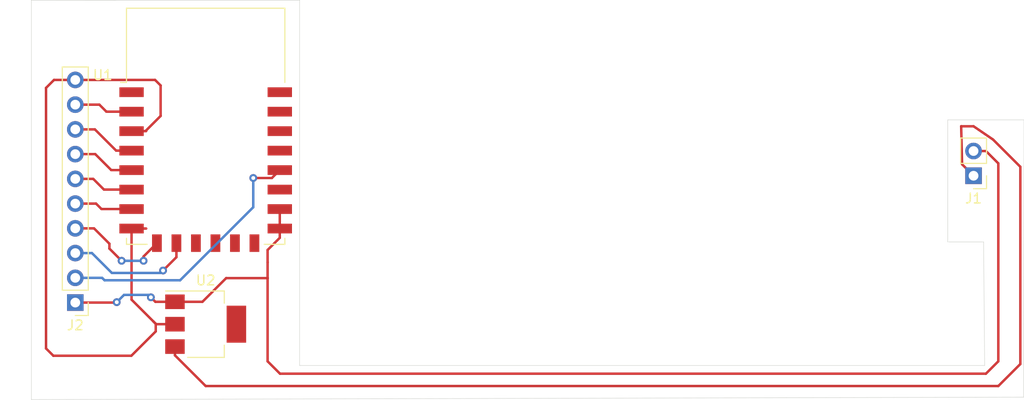
<source format=kicad_pcb>
(kicad_pcb (version 20171130) (host pcbnew "(5.1.12-1-10_14)")

  (general
    (thickness 1.6)
    (drawings 15)
    (tracks 93)
    (zones 0)
    (modules 4)
    (nets 22)
  )

  (page A4)
  (layers
    (0 F.Cu signal)
    (31 B.Cu signal)
    (32 B.Adhes user)
    (33 F.Adhes user)
    (34 B.Paste user)
    (35 F.Paste user)
    (36 B.SilkS user)
    (37 F.SilkS user)
    (38 B.Mask user)
    (39 F.Mask user)
    (40 Dwgs.User user)
    (41 Cmts.User user)
    (42 Eco1.User user)
    (43 Eco2.User user)
    (44 Edge.Cuts user)
    (45 Margin user)
    (46 B.CrtYd user)
    (47 F.CrtYd user)
    (48 B.Fab user)
    (49 F.Fab user)
  )

  (setup
    (last_trace_width 0.25)
    (trace_clearance 0.2)
    (zone_clearance 0.508)
    (zone_45_only no)
    (trace_min 0.2)
    (via_size 0.8)
    (via_drill 0.4)
    (via_min_size 0.4)
    (via_min_drill 0.3)
    (uvia_size 0.3)
    (uvia_drill 0.1)
    (uvias_allowed no)
    (uvia_min_size 0.2)
    (uvia_min_drill 0.1)
    (edge_width 0.05)
    (segment_width 0.2)
    (pcb_text_width 0.3)
    (pcb_text_size 1.5 1.5)
    (mod_edge_width 0.12)
    (mod_text_size 1 1)
    (mod_text_width 0.15)
    (pad_size 1.524 1.524)
    (pad_drill 0.762)
    (pad_to_mask_clearance 0.05)
    (aux_axis_origin 0 0)
    (visible_elements FFFFFF7F)
    (pcbplotparams
      (layerselection 0x010fc_ffffffff)
      (usegerberextensions false)
      (usegerberattributes true)
      (usegerberadvancedattributes true)
      (creategerberjobfile true)
      (excludeedgelayer true)
      (linewidth 0.100000)
      (plotframeref false)
      (viasonmask false)
      (mode 1)
      (useauxorigin false)
      (hpglpennumber 1)
      (hpglpenspeed 20)
      (hpglpendiameter 15.000000)
      (psnegative false)
      (psa4output false)
      (plotreference true)
      (plotvalue true)
      (plotinvisibletext false)
      (padsonsilk false)
      (subtractmaskfromsilk false)
      (outputformat 1)
      (mirror false)
      (drillshape 0)
      (scaleselection 1)
      (outputdirectory "gerbers/"))
  )

  (net 0 "")
  (net 1 "Net-(J1-Pad1)")
  (net 2 "Net-(J1-Pad2)")
  (net 3 "Net-(U1-Pad1)")
  (net 4 "Net-(U1-Pad11)")
  (net 5 "Net-(U1-Pad12)")
  (net 6 "Net-(U1-Pad13)")
  (net 7 "Net-(U1-Pad14)")
  (net 8 "Net-(U1-Pad17)")
  (net 9 "Net-(U1-Pad19)")
  (net 10 "Net-(U1-Pad20)")
  (net 11 "Net-(U1-Pad21)")
  (net 12 "Net-(U1-Pad22)")
  (net 13 "Net-(J2-Pad9)")
  (net 14 "Net-(J2-Pad8)")
  (net 15 "Net-(J2-Pad7)")
  (net 16 "Net-(J2-Pad6)")
  (net 17 "Net-(J2-Pad5)")
  (net 18 "Net-(J2-Pad4)")
  (net 19 "Net-(J2-Pad3)")
  (net 20 "Net-(J2-Pad2)")
  (net 21 "Net-(J2-Pad10)")

  (net_class Default "This is the default net class."
    (clearance 0.2)
    (trace_width 0.25)
    (via_dia 0.8)
    (via_drill 0.4)
    (uvia_dia 0.3)
    (uvia_drill 0.1)
    (add_net "Net-(J1-Pad1)")
    (add_net "Net-(J1-Pad2)")
    (add_net "Net-(J2-Pad10)")
    (add_net "Net-(J2-Pad2)")
    (add_net "Net-(J2-Pad3)")
    (add_net "Net-(J2-Pad4)")
    (add_net "Net-(J2-Pad5)")
    (add_net "Net-(J2-Pad6)")
    (add_net "Net-(J2-Pad7)")
    (add_net "Net-(J2-Pad8)")
    (add_net "Net-(J2-Pad9)")
    (add_net "Net-(U1-Pad1)")
    (add_net "Net-(U1-Pad11)")
    (add_net "Net-(U1-Pad12)")
    (add_net "Net-(U1-Pad13)")
    (add_net "Net-(U1-Pad14)")
    (add_net "Net-(U1-Pad17)")
    (add_net "Net-(U1-Pad19)")
    (add_net "Net-(U1-Pad20)")
    (add_net "Net-(U1-Pad21)")
    (add_net "Net-(U1-Pad22)")
  )

  (module RF_Module:ESP-12E (layer F.Cu) (tedit 5A030172) (tstamp 5F61F3CC)
    (at 102.87 59.69)
    (descr "Wi-Fi Module, http://wiki.ai-thinker.com/_media/esp8266/docs/aithinker_esp_12f_datasheet_en.pdf")
    (tags "Wi-Fi Module")
    (path /5F5FC996)
    (attr smd)
    (fp_text reference U1 (at -10.56 -5.26) (layer F.SilkS)
      (effects (font (size 1 1) (thickness 0.15)))
    )
    (fp_text value ESP-12F (at 0 3.81) (layer F.Fab)
      (effects (font (size 1 1) (thickness 0.15)))
    )
    (fp_line (start -8 -12) (end 8 -12) (layer F.Fab) (width 0.12))
    (fp_line (start 8 -12) (end 8 12) (layer F.Fab) (width 0.12))
    (fp_line (start 8 12) (end -8 12) (layer F.Fab) (width 0.12))
    (fp_line (start -8 12) (end -8 -3) (layer F.Fab) (width 0.12))
    (fp_line (start -8 -3) (end -7.5 -3.5) (layer F.Fab) (width 0.12))
    (fp_line (start -7.5 -3.5) (end -8 -4) (layer F.Fab) (width 0.12))
    (fp_line (start -8 -4) (end -8 -12) (layer F.Fab) (width 0.12))
    (fp_line (start -9.05 -12.2) (end 9.05 -12.2) (layer F.CrtYd) (width 0.05))
    (fp_line (start 9.05 -12.2) (end 9.05 13.1) (layer F.CrtYd) (width 0.05))
    (fp_line (start 9.05 13.1) (end -9.05 13.1) (layer F.CrtYd) (width 0.05))
    (fp_line (start -9.05 13.1) (end -9.05 -12.2) (layer F.CrtYd) (width 0.05))
    (fp_line (start -8.12 -12.12) (end 8.12 -12.12) (layer F.SilkS) (width 0.12))
    (fp_line (start 8.12 -12.12) (end 8.12 -4.5) (layer F.SilkS) (width 0.12))
    (fp_line (start 8.12 11.5) (end 8.12 12.12) (layer F.SilkS) (width 0.12))
    (fp_line (start 8.12 12.12) (end 6 12.12) (layer F.SilkS) (width 0.12))
    (fp_line (start -6 12.12) (end -8.12 12.12) (layer F.SilkS) (width 0.12))
    (fp_line (start -8.12 12.12) (end -8.12 11.5) (layer F.SilkS) (width 0.12))
    (fp_line (start -8.12 -4.5) (end -8.12 -12.12) (layer F.SilkS) (width 0.12))
    (fp_line (start -8.12 -4.5) (end -8.73 -4.5) (layer F.SilkS) (width 0.12))
    (fp_line (start -8.12 -12.12) (end 8.12 -12.12) (layer Dwgs.User) (width 0.12))
    (fp_line (start 8.12 -12.12) (end 8.12 -4.8) (layer Dwgs.User) (width 0.12))
    (fp_line (start 8.12 -4.8) (end -8.12 -4.8) (layer Dwgs.User) (width 0.12))
    (fp_line (start -8.12 -4.8) (end -8.12 -12.12) (layer Dwgs.User) (width 0.12))
    (fp_line (start -8.12 -9.12) (end -5.12 -12.12) (layer Dwgs.User) (width 0.12))
    (fp_line (start -8.12 -6.12) (end -2.12 -12.12) (layer Dwgs.User) (width 0.12))
    (fp_line (start -6.44 -4.8) (end 0.88 -12.12) (layer Dwgs.User) (width 0.12))
    (fp_line (start -3.44 -4.8) (end 3.88 -12.12) (layer Dwgs.User) (width 0.12))
    (fp_line (start -0.44 -4.8) (end 6.88 -12.12) (layer Dwgs.User) (width 0.12))
    (fp_line (start 2.56 -4.8) (end 8.12 -10.36) (layer Dwgs.User) (width 0.12))
    (fp_line (start 5.56 -4.8) (end 8.12 -7.36) (layer Dwgs.User) (width 0.12))
    (fp_text user Antenna (at -0.06 -7 180) (layer Cmts.User)
      (effects (font (size 1 1) (thickness 0.15)))
    )
    (fp_text user "KEEP-OUT ZONE" (at 0.03 -9.55 180) (layer Cmts.User)
      (effects (font (size 1 1) (thickness 0.15)))
    )
    (fp_text user %R (at 0.49 -0.8) (layer F.Fab)
      (effects (font (size 1 1) (thickness 0.15)))
    )
    (pad 1 smd rect (at -7.6 -3.5) (size 2.5 1) (layers F.Cu F.Paste F.Mask)
      (net 3 "Net-(U1-Pad1)"))
    (pad 2 smd rect (at -7.6 -1.5) (size 2.5 1) (layers F.Cu F.Paste F.Mask)
      (net 13 "Net-(J2-Pad9)"))
    (pad 3 smd rect (at -7.6 0.5) (size 2.5 1) (layers F.Cu F.Paste F.Mask)
      (net 21 "Net-(J2-Pad10)"))
    (pad 4 smd rect (at -7.6 2.5) (size 2.5 1) (layers F.Cu F.Paste F.Mask)
      (net 14 "Net-(J2-Pad8)"))
    (pad 5 smd rect (at -7.6 4.5) (size 2.5 1) (layers F.Cu F.Paste F.Mask)
      (net 15 "Net-(J2-Pad7)"))
    (pad 6 smd rect (at -7.6 6.5) (size 2.5 1) (layers F.Cu F.Paste F.Mask)
      (net 16 "Net-(J2-Pad6)"))
    (pad 7 smd rect (at -7.6 8.5) (size 2.5 1) (layers F.Cu F.Paste F.Mask)
      (net 17 "Net-(J2-Pad5)"))
    (pad 8 smd rect (at -7.6 10.5) (size 2.5 1) (layers F.Cu F.Paste F.Mask)
      (net 21 "Net-(J2-Pad10)"))
    (pad 9 smd rect (at -5 12) (size 1 1.8) (layers F.Cu F.Paste F.Mask)
      (net 18 "Net-(J2-Pad4)"))
    (pad 10 smd rect (at -3 12) (size 1 1.8) (layers F.Cu F.Paste F.Mask)
      (net 19 "Net-(J2-Pad3)"))
    (pad 11 smd rect (at -1 12) (size 1 1.8) (layers F.Cu F.Paste F.Mask)
      (net 4 "Net-(U1-Pad11)"))
    (pad 12 smd rect (at 1 12) (size 1 1.8) (layers F.Cu F.Paste F.Mask)
      (net 5 "Net-(U1-Pad12)"))
    (pad 13 smd rect (at 3 12) (size 1 1.8) (layers F.Cu F.Paste F.Mask)
      (net 6 "Net-(U1-Pad13)"))
    (pad 14 smd rect (at 5 12) (size 1 1.8) (layers F.Cu F.Paste F.Mask)
      (net 7 "Net-(U1-Pad14)"))
    (pad 15 smd rect (at 7.6 10.5) (size 2.5 1) (layers F.Cu F.Paste F.Mask)
      (net 2 "Net-(J1-Pad2)"))
    (pad 16 smd rect (at 7.6 8.5) (size 2.5 1) (layers F.Cu F.Paste F.Mask)
      (net 2 "Net-(J1-Pad2)"))
    (pad 17 smd rect (at 7.6 6.5) (size 2.5 1) (layers F.Cu F.Paste F.Mask)
      (net 8 "Net-(U1-Pad17)"))
    (pad 18 smd rect (at 7.6 4.5) (size 2.5 1) (layers F.Cu F.Paste F.Mask)
      (net 20 "Net-(J2-Pad2)"))
    (pad 19 smd rect (at 7.6 2.5) (size 2.5 1) (layers F.Cu F.Paste F.Mask)
      (net 9 "Net-(U1-Pad19)"))
    (pad 20 smd rect (at 7.6 0.5) (size 2.5 1) (layers F.Cu F.Paste F.Mask)
      (net 10 "Net-(U1-Pad20)"))
    (pad 21 smd rect (at 7.6 -1.5) (size 2.5 1) (layers F.Cu F.Paste F.Mask)
      (net 11 "Net-(U1-Pad21)"))
    (pad 22 smd rect (at 7.6 -3.5) (size 2.5 1) (layers F.Cu F.Paste F.Mask)
      (net 12 "Net-(U1-Pad22)"))
    (model ${KISYS3DMOD}/RF_Module.3dshapes/ESP-12E.wrl
      (at (xyz 0 0 0))
      (scale (xyz 1 1 1))
      (rotate (xyz 0 0 0))
    )
  )

  (module Connector_PinHeader_2.54mm:PinHeader_1x10_P2.54mm_Vertical (layer F.Cu) (tedit 59FED5CC) (tstamp 630BEDED)
    (at 89.5 77.79 180)
    (descr "Through hole straight pin header, 1x10, 2.54mm pitch, single row")
    (tags "Through hole pin header THT 1x10 2.54mm single row")
    (path /630BE98C)
    (fp_text reference J2 (at 0 -2.33) (layer F.SilkS)
      (effects (font (size 1 1) (thickness 0.15)))
    )
    (fp_text value Conn_01x10_Female (at 0 25.19) (layer F.Fab)
      (effects (font (size 1 1) (thickness 0.15)))
    )
    (fp_line (start 1.8 -1.8) (end -1.8 -1.8) (layer F.CrtYd) (width 0.05))
    (fp_line (start 1.8 24.65) (end 1.8 -1.8) (layer F.CrtYd) (width 0.05))
    (fp_line (start -1.8 24.65) (end 1.8 24.65) (layer F.CrtYd) (width 0.05))
    (fp_line (start -1.8 -1.8) (end -1.8 24.65) (layer F.CrtYd) (width 0.05))
    (fp_line (start -1.33 -1.33) (end 0 -1.33) (layer F.SilkS) (width 0.12))
    (fp_line (start -1.33 0) (end -1.33 -1.33) (layer F.SilkS) (width 0.12))
    (fp_line (start -1.33 1.27) (end 1.33 1.27) (layer F.SilkS) (width 0.12))
    (fp_line (start 1.33 1.27) (end 1.33 24.19) (layer F.SilkS) (width 0.12))
    (fp_line (start -1.33 1.27) (end -1.33 24.19) (layer F.SilkS) (width 0.12))
    (fp_line (start -1.33 24.19) (end 1.33 24.19) (layer F.SilkS) (width 0.12))
    (fp_line (start -1.27 -0.635) (end -0.635 -1.27) (layer F.Fab) (width 0.1))
    (fp_line (start -1.27 24.13) (end -1.27 -0.635) (layer F.Fab) (width 0.1))
    (fp_line (start 1.27 24.13) (end -1.27 24.13) (layer F.Fab) (width 0.1))
    (fp_line (start 1.27 -1.27) (end 1.27 24.13) (layer F.Fab) (width 0.1))
    (fp_line (start -0.635 -1.27) (end 1.27 -1.27) (layer F.Fab) (width 0.1))
    (fp_text user %R (at 0 11.43 90) (layer F.Fab)
      (effects (font (size 1 1) (thickness 0.15)))
    )
    (pad 10 thru_hole oval (at 0 22.86 180) (size 1.7 1.7) (drill 1) (layers *.Cu *.Mask)
      (net 21 "Net-(J2-Pad10)"))
    (pad 9 thru_hole oval (at 0 20.32 180) (size 1.7 1.7) (drill 1) (layers *.Cu *.Mask)
      (net 13 "Net-(J2-Pad9)"))
    (pad 8 thru_hole oval (at 0 17.78 180) (size 1.7 1.7) (drill 1) (layers *.Cu *.Mask)
      (net 14 "Net-(J2-Pad8)"))
    (pad 7 thru_hole oval (at 0 15.24 180) (size 1.7 1.7) (drill 1) (layers *.Cu *.Mask)
      (net 15 "Net-(J2-Pad7)"))
    (pad 6 thru_hole oval (at 0 12.7 180) (size 1.7 1.7) (drill 1) (layers *.Cu *.Mask)
      (net 16 "Net-(J2-Pad6)"))
    (pad 5 thru_hole oval (at 0 10.16 180) (size 1.7 1.7) (drill 1) (layers *.Cu *.Mask)
      (net 17 "Net-(J2-Pad5)"))
    (pad 4 thru_hole oval (at 0 7.62 180) (size 1.7 1.7) (drill 1) (layers *.Cu *.Mask)
      (net 18 "Net-(J2-Pad4)"))
    (pad 3 thru_hole oval (at 0 5.08 180) (size 1.7 1.7) (drill 1) (layers *.Cu *.Mask)
      (net 19 "Net-(J2-Pad3)"))
    (pad 2 thru_hole oval (at 0 2.54 180) (size 1.7 1.7) (drill 1) (layers *.Cu *.Mask)
      (net 20 "Net-(J2-Pad2)"))
    (pad 1 thru_hole rect (at 0 0 180) (size 1.7 1.7) (drill 1) (layers *.Cu *.Mask)
      (net 2 "Net-(J1-Pad2)"))
    (model ${KISYS3DMOD}/Connector_PinHeader_2.54mm.3dshapes/PinHeader_1x10_P2.54mm_Vertical.wrl
      (at (xyz 0 0 0))
      (scale (xyz 1 1 1))
      (rotate (xyz 0 0 0))
    )
  )

  (module Connector_PinHeader_2.54mm:PinHeader_1x02_P2.54mm_Vertical (layer F.Cu) (tedit 59FED5CC) (tstamp 5F603AD4)
    (at 181.61 64.77 180)
    (descr "Through hole straight pin header, 1x02, 2.54mm pitch, single row")
    (tags "Through hole pin header THT 1x02 2.54mm single row")
    (path /5F5FEA51)
    (fp_text reference J1 (at 0 -2.33) (layer F.SilkS)
      (effects (font (size 1 1) (thickness 0.15)))
    )
    (fp_text value Conn_01x02 (at -3.81 0 -90) (layer F.Fab)
      (effects (font (size 1 1) (thickness 0.15)))
    )
    (fp_line (start -0.635 -1.27) (end 1.27 -1.27) (layer F.Fab) (width 0.1))
    (fp_line (start 1.27 -1.27) (end 1.27 3.81) (layer F.Fab) (width 0.1))
    (fp_line (start 1.27 3.81) (end -1.27 3.81) (layer F.Fab) (width 0.1))
    (fp_line (start -1.27 3.81) (end -1.27 -0.635) (layer F.Fab) (width 0.1))
    (fp_line (start -1.27 -0.635) (end -0.635 -1.27) (layer F.Fab) (width 0.1))
    (fp_line (start -1.33 3.87) (end 1.33 3.87) (layer F.SilkS) (width 0.12))
    (fp_line (start -1.33 1.27) (end -1.33 3.87) (layer F.SilkS) (width 0.12))
    (fp_line (start 1.33 1.27) (end 1.33 3.87) (layer F.SilkS) (width 0.12))
    (fp_line (start -1.33 1.27) (end 1.33 1.27) (layer F.SilkS) (width 0.12))
    (fp_line (start -1.33 0) (end -1.33 -1.33) (layer F.SilkS) (width 0.12))
    (fp_line (start -1.33 -1.33) (end 0 -1.33) (layer F.SilkS) (width 0.12))
    (fp_line (start -1.8 -1.8) (end -1.8 4.35) (layer F.CrtYd) (width 0.05))
    (fp_line (start -1.8 4.35) (end 1.8 4.35) (layer F.CrtYd) (width 0.05))
    (fp_line (start 1.8 4.35) (end 1.8 -1.8) (layer F.CrtYd) (width 0.05))
    (fp_line (start 1.8 -1.8) (end -1.8 -1.8) (layer F.CrtYd) (width 0.05))
    (fp_text user %R (at 0 1.27 90) (layer F.Fab)
      (effects (font (size 1 1) (thickness 0.15)))
    )
    (pad 1 thru_hole rect (at 0 0 180) (size 1.7 1.7) (drill 1) (layers *.Cu *.Mask)
      (net 1 "Net-(J1-Pad1)"))
    (pad 2 thru_hole oval (at 0 2.54 180) (size 1.7 1.7) (drill 1) (layers *.Cu *.Mask)
      (net 2 "Net-(J1-Pad2)"))
    (model ${KISYS3DMOD}/Connector_PinHeader_2.54mm.3dshapes/PinHeader_1x02_P2.54mm_Vertical.wrl
      (at (xyz 0 0 0))
      (scale (xyz 1 1 1))
      (rotate (xyz 0 0 0))
    )
  )

  (module Package_TO_SOT_SMD:SOT-223-3_TabPin2 (layer F.Cu) (tedit 5A02FF57) (tstamp 5F603B25)
    (at 102.87 80.01)
    (descr "module CMS SOT223 4 pins")
    (tags "CMS SOT")
    (path /5F5FD947)
    (attr smd)
    (fp_text reference U2 (at 0 -4.5) (layer F.SilkS)
      (effects (font (size 1 1) (thickness 0.15)))
    )
    (fp_text value LM1117-3.3 (at 0 4.5) (layer F.Fab)
      (effects (font (size 1 1) (thickness 0.15)))
    )
    (fp_line (start 1.91 3.41) (end 1.91 2.15) (layer F.SilkS) (width 0.12))
    (fp_line (start 1.91 -3.41) (end 1.91 -2.15) (layer F.SilkS) (width 0.12))
    (fp_line (start 4.4 -3.6) (end -4.4 -3.6) (layer F.CrtYd) (width 0.05))
    (fp_line (start 4.4 3.6) (end 4.4 -3.6) (layer F.CrtYd) (width 0.05))
    (fp_line (start -4.4 3.6) (end 4.4 3.6) (layer F.CrtYd) (width 0.05))
    (fp_line (start -4.4 -3.6) (end -4.4 3.6) (layer F.CrtYd) (width 0.05))
    (fp_line (start -1.85 -2.35) (end -0.85 -3.35) (layer F.Fab) (width 0.1))
    (fp_line (start -1.85 -2.35) (end -1.85 3.35) (layer F.Fab) (width 0.1))
    (fp_line (start -1.85 3.41) (end 1.91 3.41) (layer F.SilkS) (width 0.12))
    (fp_line (start -0.85 -3.35) (end 1.85 -3.35) (layer F.Fab) (width 0.1))
    (fp_line (start -4.1 -3.41) (end 1.91 -3.41) (layer F.SilkS) (width 0.12))
    (fp_line (start -1.85 3.35) (end 1.85 3.35) (layer F.Fab) (width 0.1))
    (fp_line (start 1.85 -3.35) (end 1.85 3.35) (layer F.Fab) (width 0.1))
    (fp_text user %R (at 0 0 90) (layer F.Fab)
      (effects (font (size 0.8 0.8) (thickness 0.12)))
    )
    (pad 2 smd rect (at 3.15 0) (size 2 3.8) (layers F.Cu F.Paste F.Mask)
      (net 21 "Net-(J2-Pad10)"))
    (pad 2 smd rect (at -3.15 0) (size 2 1.5) (layers F.Cu F.Paste F.Mask)
      (net 21 "Net-(J2-Pad10)"))
    (pad 3 smd rect (at -3.15 2.3) (size 2 1.5) (layers F.Cu F.Paste F.Mask)
      (net 1 "Net-(J1-Pad1)"))
    (pad 1 smd rect (at -3.15 -2.3) (size 2 1.5) (layers F.Cu F.Paste F.Mask)
      (net 2 "Net-(J1-Pad2)"))
    (model ${KISYS3DMOD}/Package_TO_SOT_SMD.3dshapes/SOT-223.wrl
      (at (xyz 0 0 0))
      (scale (xyz 1 1 1))
      (rotate (xyz 0 0 0))
    )
  )

  (gr_line (start 85 46.75) (end 112.5 46.75) (layer Edge.Cuts) (width 0.05) (tstamp 630BF335))
  (gr_line (start 95.775 46.75) (end 95.9 46.75) (layer Edge.Cuts) (width 0.05))
  (gr_line (start 92.1 46.75) (end 95.775 46.75) (layer Edge.Cuts) (width 0.05))
  (gr_line (start 90.5 46.75) (end 88.75 46.75) (layer Edge.Cuts) (width 0.05))
  (gr_line (start 112.5 46.75) (end 90.5 46.75) (layer Edge.Cuts) (width 0.05))
  (gr_line (start 112.5 84.25) (end 112.5 46.75) (layer Edge.Cuts) (width 0.05))
  (gr_line (start 182.75 84.25) (end 112.5 84.25) (layer Edge.Cuts) (width 0.05))
  (gr_line (start 182.64 71.5665) (end 182.75 84.25) (layer Edge.Cuts) (width 0.05))
  (gr_line (start 178.966 71.5665) (end 182.64 71.5665) (layer Edge.Cuts) (width 0.05))
  (gr_line (start 178.967 59.032) (end 178.966 71.5665) (layer Edge.Cuts) (width 0.05))
  (gr_line (start 186.783 59.032) (end 178.967 59.032) (layer Edge.Cuts) (width 0.05))
  (gr_line (start 186.75 87.5) (end 186.783 59.032) (layer Edge.Cuts) (width 0.05))
  (gr_line (start 85 87.75) (end 186.75 87.5) (layer Edge.Cuts) (width 0.05))
  (gr_line (start 85 46.75) (end 85 87.75) (layer Edge.Cuts) (width 0.05))
  (gr_line (start 93.6535 46.76) (end 85 46.75) (layer Edge.Cuts) (width 0.05))

  (segment (start 180.434999 63.594999) (end 181.61 64.77) (width 0.25) (layer F.Cu) (net 1))
  (segment (start 180.34 59.69) (end 180.434999 63.594999) (width 0.25) (layer F.Cu) (net 1))
  (segment (start 181.61 59.69) (end 180.34 59.69) (width 0.25) (layer F.Cu) (net 1))
  (segment (start 186.40799 84.10201) (end 186.40799 63.85158) (width 0.25) (layer F.Cu) (net 1))
  (segment (start 183.611409 61.054999) (end 181.61 59.69) (width 0.25) (layer F.Cu) (net 1))
  (segment (start 186.40799 63.85158) (end 183.611409 61.054999) (width 0.25) (layer F.Cu) (net 1))
  (segment (start 184.15 86.36) (end 186.40799 84.10201) (width 0.25) (layer F.Cu) (net 1))
  (segment (start 102.87 86.36) (end 184.15 86.36) (width 0.25) (layer F.Cu) (net 1))
  (segment (start 99.72 83.21) (end 102.87 86.36) (width 0.25) (layer F.Cu) (net 1))
  (segment (start 99.72 82.31) (end 99.72 83.21) (width 0.25) (layer F.Cu) (net 1))
  (segment (start 109.22 72.39) (end 110.47 71.14) (width 0.25) (layer F.Cu) (net 2))
  (segment (start 110.47 71.14) (end 110.47 70.19) (width 0.25) (layer F.Cu) (net 2))
  (segment (start 110.47 68.19) (end 110.47 70.19) (width 0.25) (layer F.Cu) (net 2))
  (segment (start 109.22 73.66) (end 109.22 72.39) (width 0.25) (layer F.Cu) (net 2))
  (segment (start 110.49 85.09) (end 109.22 83.82) (width 0.25) (layer F.Cu) (net 2))
  (segment (start 182.88 85.09) (end 110.49 85.09) (width 0.25) (layer F.Cu) (net 2))
  (segment (start 184.15 83.82) (end 182.88 85.09) (width 0.25) (layer F.Cu) (net 2))
  (segment (start 184.15 63.5) (end 184.15 83.82) (width 0.25) (layer F.Cu) (net 2))
  (segment (start 182.88 62.23) (end 184.15 63.5) (width 0.25) (layer F.Cu) (net 2))
  (segment (start 181.61 62.23) (end 182.88 62.23) (width 0.25) (layer F.Cu) (net 2))
  (segment (start 93.71 77.79) (end 93.75 77.75) (width 0.25) (layer F.Cu) (net 2))
  (via (at 93.75 77.75) (size 0.8) (drill 0.4) (layers F.Cu B.Cu) (net 2))
  (segment (start 89.5 77.79) (end 93.71 77.79) (width 0.25) (layer F.Cu) (net 2))
  (segment (start 93.75 77.75) (end 94.5 77) (width 0.25) (layer B.Cu) (net 2))
  (via (at 97.25 77.25) (size 0.8) (drill 0.4) (layers F.Cu B.Cu) (net 2))
  (segment (start 97 77) (end 97.25 77.25) (width 0.25) (layer B.Cu) (net 2))
  (segment (start 94.5 77) (end 97 77) (width 0.25) (layer B.Cu) (net 2))
  (segment (start 97.71 77.71) (end 99.72 77.71) (width 0.25) (layer F.Cu) (net 2))
  (segment (start 97.25 77.25) (end 97.71 77.71) (width 0.25) (layer F.Cu) (net 2))
  (segment (start 99.72 77.71) (end 102.54 77.71) (width 0.25) (layer F.Cu) (net 2))
  (segment (start 104.97 75.28) (end 109.22 75.28) (width 0.25) (layer F.Cu) (net 2))
  (segment (start 102.54 77.71) (end 104.97 75.28) (width 0.25) (layer F.Cu) (net 2))
  (segment (start 109.22 75.28) (end 109.22 73.66) (width 0.25) (layer F.Cu) (net 2))
  (segment (start 109.22 83.82) (end 109.22 75.28) (width 0.25) (layer F.Cu) (net 2))
  (segment (start 89.5 57.47) (end 91.97 57.47) (width 0.25) (layer F.Cu) (net 13))
  (segment (start 92.69 58.19) (end 95.27 58.19) (width 0.25) (layer F.Cu) (net 13))
  (segment (start 91.97 57.47) (end 92.69 58.19) (width 0.25) (layer F.Cu) (net 13))
  (segment (start 93.69 62.19) (end 95.27 62.19) (width 0.25) (layer F.Cu) (net 14))
  (segment (start 91.51 60.01) (end 93.69 62.19) (width 0.25) (layer F.Cu) (net 14))
  (segment (start 89.5 60.01) (end 91.51 60.01) (width 0.25) (layer F.Cu) (net 14))
  (segment (start 89.5 62.55) (end 91.55 62.55) (width 0.25) (layer F.Cu) (net 15))
  (segment (start 93.19 64.19) (end 95.27 64.19) (width 0.25) (layer F.Cu) (net 15))
  (segment (start 91.55 62.55) (end 93.19 64.19) (width 0.25) (layer F.Cu) (net 15))
  (segment (start 89.5 65.09) (end 91.34 65.09) (width 0.25) (layer F.Cu) (net 16))
  (segment (start 92.44 66.19) (end 95.27 66.19) (width 0.25) (layer F.Cu) (net 16))
  (segment (start 91.34 65.09) (end 92.44 66.19) (width 0.25) (layer F.Cu) (net 16))
  (segment (start 89.5 67.63) (end 91.63 67.63) (width 0.25) (layer F.Cu) (net 17))
  (segment (start 92.19 68.19) (end 95.27 68.19) (width 0.25) (layer F.Cu) (net 17))
  (segment (start 91.63 67.63) (end 92.19 68.19) (width 0.25) (layer F.Cu) (net 17))
  (segment (start 89.5 70.17) (end 91.42 70.17) (width 0.25) (layer F.Cu) (net 18))
  (segment (start 91.42 70.17) (end 93 71.75) (width 0.25) (layer F.Cu) (net 18))
  (via (at 94.25 73.5) (size 0.8) (drill 0.4) (layers F.Cu B.Cu) (net 18))
  (segment (start 93 72.25) (end 94.25 73.5) (width 0.25) (layer F.Cu) (net 18))
  (segment (start 93 71.75) (end 93 72.25) (width 0.25) (layer F.Cu) (net 18))
  (segment (start 94.25 73.5) (end 96.25 73.5) (width 0.25) (layer B.Cu) (net 18))
  (via (at 96.5 73.5) (size 0.8) (drill 0.4) (layers F.Cu B.Cu) (net 18))
  (segment (start 96.25 73.5) (end 96.5 73.5) (width 0.25) (layer B.Cu) (net 18))
  (segment (start 96.5 73.06) (end 97.87 71.69) (width 0.25) (layer F.Cu) (net 18))
  (segment (start 96.5 73.5) (end 96.5 73.06) (width 0.25) (layer F.Cu) (net 18))
  (segment (start 89.5 72.71) (end 91.21 72.71) (width 0.25) (layer B.Cu) (net 19))
  (segment (start 91.21 72.71) (end 93.25 74.75) (width 0.25) (layer B.Cu) (net 19))
  (via (at 98.5 74.5) (size 0.8) (drill 0.4) (layers F.Cu B.Cu) (net 19))
  (segment (start 98.25 74.75) (end 98.5 74.5) (width 0.25) (layer B.Cu) (net 19))
  (segment (start 93.25 74.75) (end 98.25 74.75) (width 0.25) (layer B.Cu) (net 19))
  (segment (start 99.87 73.13) (end 99.87 71.69) (width 0.25) (layer F.Cu) (net 19))
  (segment (start 98.5 74.5) (end 99.87 73.13) (width 0.25) (layer F.Cu) (net 19))
  (segment (start 89.5 75.25) (end 92.25 75.25) (width 0.25) (layer B.Cu) (net 20))
  (segment (start 92.25 75.25) (end 92.5 75.5) (width 0.25) (layer B.Cu) (net 20))
  (segment (start 92.5 75.5) (end 100.25 75.5) (width 0.25) (layer B.Cu) (net 20))
  (segment (start 100.25 75.5) (end 107.75 68) (width 0.25) (layer B.Cu) (net 20))
  (via (at 107.75 65) (size 0.8) (drill 0.4) (layers F.Cu B.Cu) (net 20))
  (segment (start 107.75 68) (end 107.75 65) (width 0.25) (layer B.Cu) (net 20))
  (segment (start 109.66 65) (end 110.47 64.19) (width 0.25) (layer F.Cu) (net 20))
  (segment (start 107.75 65) (end 109.66 65) (width 0.25) (layer F.Cu) (net 20))
  (segment (start 99.72 80.01) (end 97.79 80.01) (width 0.25) (layer F.Cu) (net 21))
  (segment (start 95.27 77.49) (end 95.27 70.19) (width 0.25) (layer F.Cu) (net 21))
  (segment (start 89.5 54.93) (end 87.32 54.93) (width 0.25) (layer F.Cu) (net 21))
  (segment (start 86.5 55.75) (end 86.5 82.5) (width 0.25) (layer F.Cu) (net 21))
  (segment (start 87.32 54.93) (end 86.5 55.75) (width 0.25) (layer F.Cu) (net 21))
  (segment (start 86.5 82.5) (end 87.25 83.25) (width 0.25) (layer F.Cu) (net 21))
  (segment (start 87.25 83.25) (end 95.25 83.25) (width 0.25) (layer F.Cu) (net 21))
  (segment (start 96.77 70.19) (end 95.27 70.19) (width 0.25) (layer F.Cu) (net 21))
  (segment (start 95.25 83.25) (end 97.75 80.75) (width 0.25) (layer F.Cu) (net 21))
  (segment (start 97.75 80.75) (end 97.75 79.97) (width 0.25) (layer F.Cu) (net 21))
  (segment (start 97.75 79.97) (end 97.515 79.735) (width 0.25) (layer F.Cu) (net 21))
  (segment (start 97.515 79.735) (end 95.27 77.49) (width 0.25) (layer F.Cu) (net 21))
  (segment (start 97.79 80.01) (end 97.515 79.735) (width 0.25) (layer F.Cu) (net 21))
  (segment (start 89.5 54.93) (end 97.68 54.93) (width 0.25) (layer F.Cu) (net 21))
  (segment (start 97.68 54.93) (end 98.25 55.5) (width 0.25) (layer F.Cu) (net 21))
  (segment (start 98.25 55.5) (end 98.25 58.63) (width 0.25) (layer F.Cu) (net 21))
  (segment (start 96.69 60.19) (end 96.77 60.19) (width 0.25) (layer F.Cu) (net 21))
  (segment (start 98.25 58.63) (end 96.69 60.19) (width 0.25) (layer F.Cu) (net 21))
  (segment (start 95.27 60.19) (end 96.69 60.19) (width 0.25) (layer F.Cu) (net 21))

)

</source>
